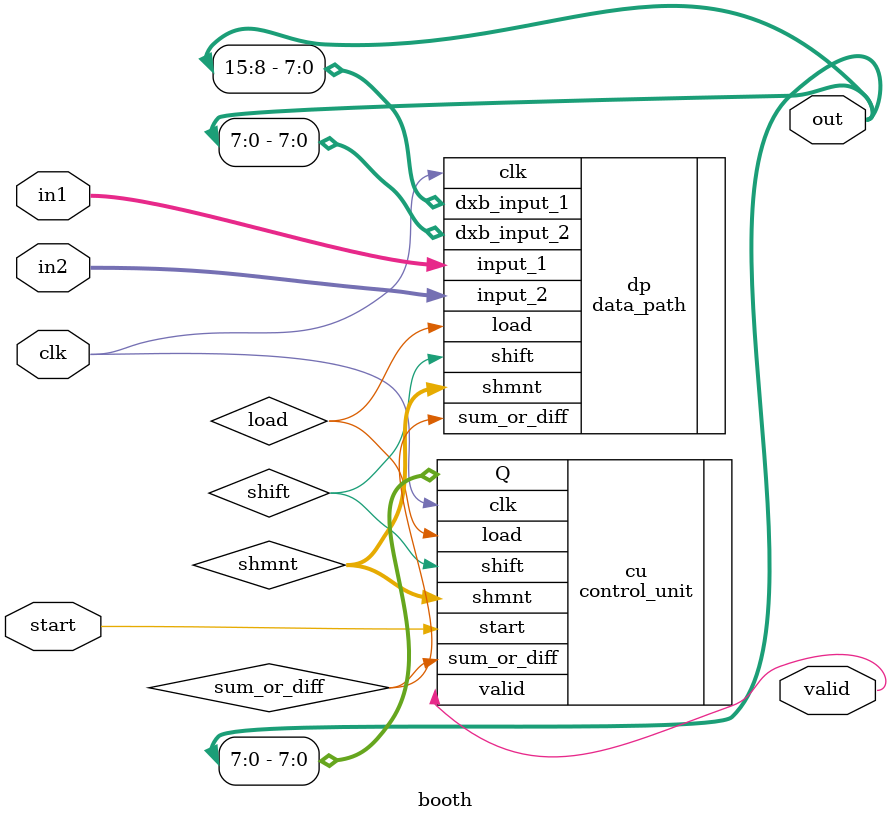
<source format=v>
`timescale 1ns/1ns
module booth(input clk, input start, input [7:0] in1, input [7:0] in2, output valid, output [15:0] out);
	wire [3:0] shmnt;
	wire load, sum_or_diff, shift;
	data_path dp(.clk(clk), .input_1(in1), .input_2(in2), .dxb_input_1(out[15:8]), .dxb_input_2(out[7:0]), .load(load), .sum_or_diff(sum_or_diff), .shift(shift), .shmnt(shmnt));
	control_unit cu(.clk(clk), .start(start), .valid(valid), .Q(out[7:0]), .load(load), .sum_or_diff(sum_or_diff), .shift(shift), .shmnt(shmnt));
endmodule

</source>
